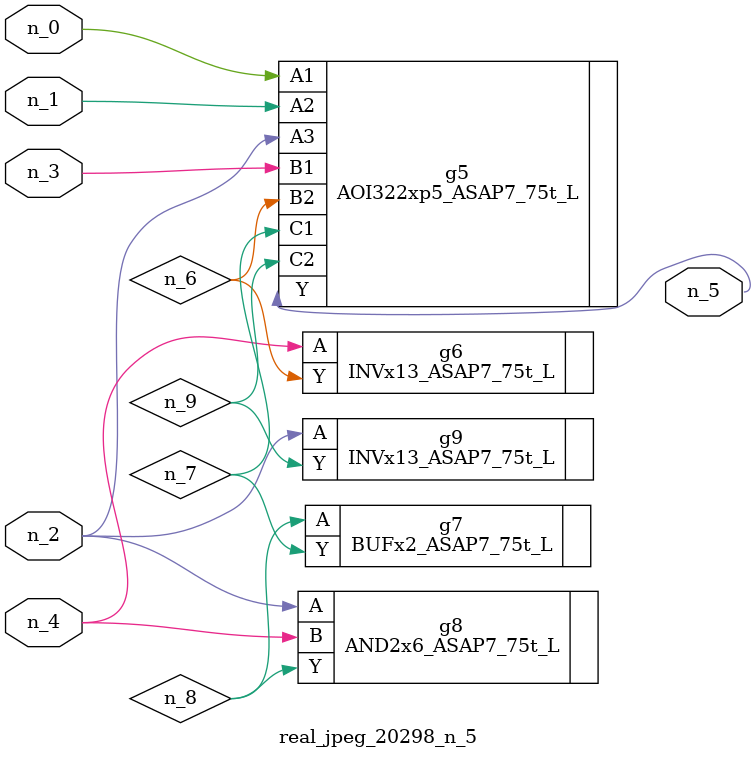
<source format=v>
module real_jpeg_20298_n_5 (n_4, n_0, n_1, n_2, n_3, n_5);

input n_4;
input n_0;
input n_1;
input n_2;
input n_3;

output n_5;

wire n_8;
wire n_6;
wire n_7;
wire n_9;

AOI322xp5_ASAP7_75t_L g5 ( 
.A1(n_0),
.A2(n_1),
.A3(n_2),
.B1(n_3),
.B2(n_6),
.C1(n_7),
.C2(n_9),
.Y(n_5)
);

AND2x6_ASAP7_75t_L g8 ( 
.A(n_2),
.B(n_4),
.Y(n_8)
);

INVx13_ASAP7_75t_L g9 ( 
.A(n_2),
.Y(n_9)
);

INVx13_ASAP7_75t_L g6 ( 
.A(n_4),
.Y(n_6)
);

BUFx2_ASAP7_75t_L g7 ( 
.A(n_8),
.Y(n_7)
);


endmodule
</source>
